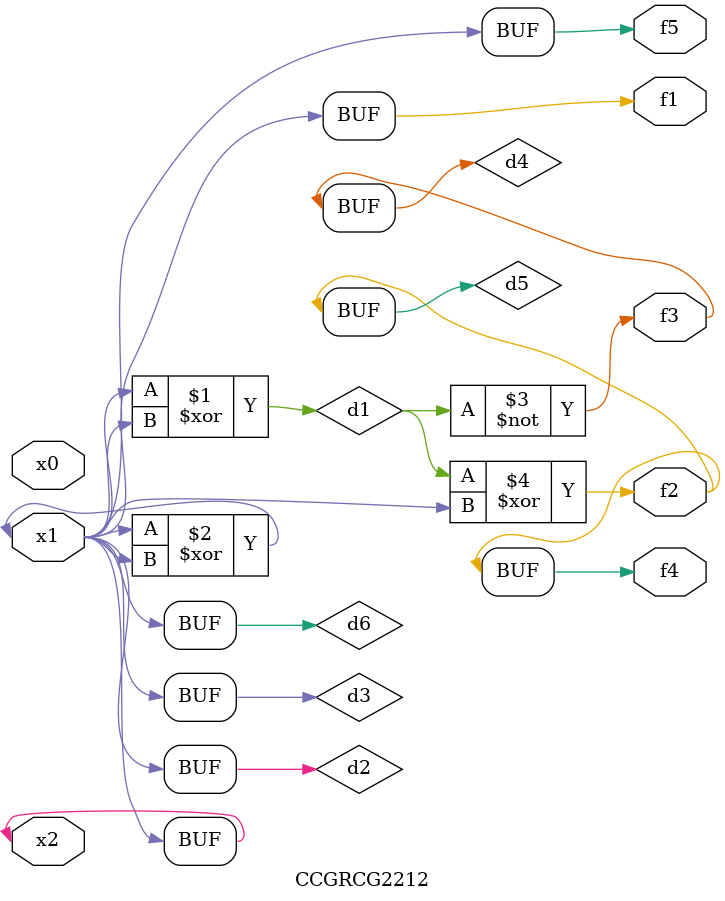
<source format=v>
module CCGRCG2212(
	input x0, x1, x2,
	output f1, f2, f3, f4, f5
);

	wire d1, d2, d3, d4, d5, d6;

	xor (d1, x1, x2);
	buf (d2, x1, x2);
	xor (d3, x1, x2);
	nor (d4, d1);
	xor (d5, d1, d2);
	buf (d6, d2, d3);
	assign f1 = d6;
	assign f2 = d5;
	assign f3 = d4;
	assign f4 = d5;
	assign f5 = d6;
endmodule

</source>
